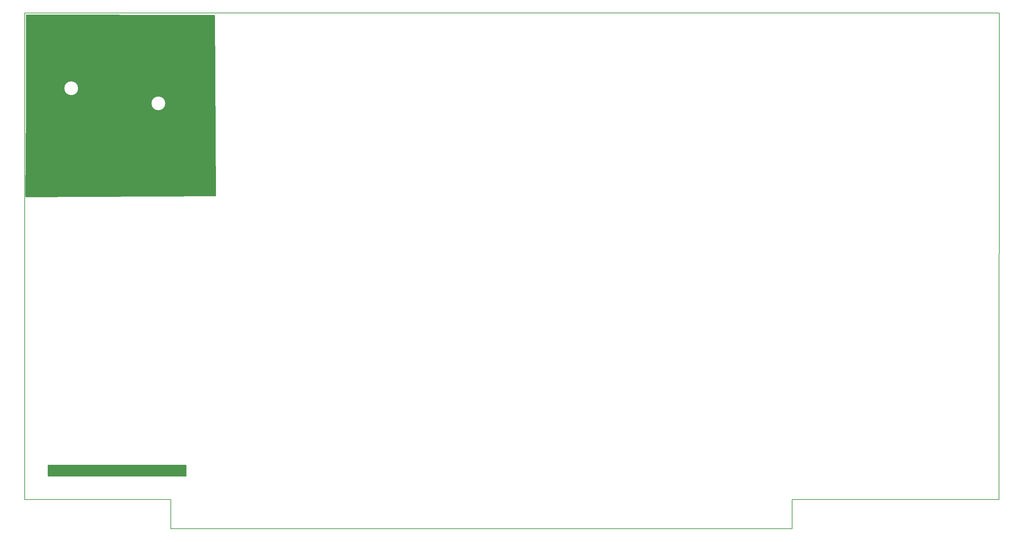
<source format=gm1>
G04 #@! TF.GenerationSoftware,KiCad,Pcbnew,8.0.6*
G04 #@! TF.CreationDate,2025-02-23T16:49:15+00:00*
G04 #@! TF.ProjectId,Northstart Floating point,4e6f7274-6873-4746-9172-7420466c6f61,rev?*
G04 #@! TF.SameCoordinates,Original*
G04 #@! TF.FileFunction,Profile,NP*
%FSLAX46Y46*%
G04 Gerber Fmt 4.6, Leading zero omitted, Abs format (unit mm)*
G04 Created by KiCad (PCBNEW 8.0.6) date 2025-02-23 16:49:15*
%MOMM*%
%LPD*%
G01*
G04 APERTURE LIST*
G04 #@! TA.AperFunction,Profile*
%ADD10C,0.152400*%
G04 #@! TD*
G04 APERTURE END LIST*
D10*
X34305000Y-42490000D02*
G75*
G02*
X30555000Y-42490000I-1875000J0D01*
G01*
X30555000Y-42490000D02*
G75*
G02*
X34305000Y-42490000I1875000J0D01*
G01*
X57025000Y-46430000D02*
G75*
G02*
X53275000Y-46430000I-1875000J0D01*
G01*
X53275000Y-46430000D02*
G75*
G02*
X57025000Y-46430000I1875000J0D01*
G01*
X220345000Y-157480000D02*
X58420000Y-157480000D01*
X274320000Y-149860000D02*
X274390000Y-22860000D01*
X20320000Y-29210000D02*
X20320000Y-149860000D01*
X58420000Y-149860000D02*
X20320000Y-149860000D01*
X274390000Y-22860000D02*
X20300000Y-22860000D01*
X220345000Y-149860000D02*
X220345000Y-157480000D01*
X20300000Y-22860000D02*
X20320000Y-29210000D01*
X58420000Y-157480000D02*
X58420000Y-149860000D01*
X274320000Y-149860000D02*
X220345000Y-149860000D01*
G36*
X69757055Y-23379650D02*
G01*
X69824039Y-23399525D01*
X69869643Y-23452458D01*
X69880701Y-23502941D01*
X70149291Y-70575793D01*
X70129989Y-70642944D01*
X70077447Y-70689000D01*
X70025792Y-70700500D01*
X20605513Y-70899494D01*
X20538395Y-70880080D01*
X20492428Y-70827460D01*
X20481018Y-70774489D01*
X20660000Y-48719989D01*
X20660000Y-48670097D01*
X20656476Y-46429996D01*
X53272493Y-46429996D01*
X53272493Y-46430000D01*
X53292500Y-46703366D01*
X53292501Y-46703376D01*
X53352096Y-46970903D01*
X53352098Y-46970908D01*
X53450015Y-47226923D01*
X53584162Y-47465946D01*
X53584165Y-47465951D01*
X53751683Y-47682894D01*
X53751692Y-47682904D01*
X53949005Y-47873137D01*
X53949013Y-47873144D01*
X54171922Y-48032621D01*
X54171934Y-48032628D01*
X54415692Y-48157954D01*
X54415706Y-48157960D01*
X54675102Y-48246454D01*
X54675120Y-48246458D01*
X54944655Y-48296243D01*
X54944662Y-48296244D01*
X55218568Y-48306255D01*
X55491021Y-48276275D01*
X55491031Y-48276274D01*
X55756206Y-48206949D01*
X55756208Y-48206948D01*
X56008467Y-48099751D01*
X56242439Y-47956960D01*
X56242449Y-47956953D01*
X56453128Y-47781625D01*
X56453134Y-47781619D01*
X56636040Y-47577483D01*
X56787277Y-47348888D01*
X56903625Y-47100695D01*
X56903625Y-47100693D01*
X56982587Y-46838238D01*
X56982590Y-46838224D01*
X57022498Y-46567051D01*
X57022499Y-46567035D01*
X57025000Y-46430000D01*
X57022499Y-46292964D01*
X57022498Y-46292948D01*
X56982590Y-46021775D01*
X56982587Y-46021761D01*
X56903625Y-45759306D01*
X56903625Y-45759304D01*
X56787277Y-45511111D01*
X56636040Y-45282516D01*
X56453134Y-45078380D01*
X56453128Y-45078374D01*
X56242449Y-44903046D01*
X56242439Y-44903039D01*
X56008467Y-44760248D01*
X55756208Y-44653051D01*
X55756206Y-44653050D01*
X55491031Y-44583725D01*
X55491021Y-44583724D01*
X55218566Y-44553744D01*
X54944662Y-44563755D01*
X54944655Y-44563756D01*
X54675120Y-44613541D01*
X54675102Y-44613545D01*
X54415706Y-44702039D01*
X54415692Y-44702045D01*
X54171934Y-44827371D01*
X54171922Y-44827378D01*
X53949013Y-44986855D01*
X53949005Y-44986862D01*
X53751692Y-45177095D01*
X53751683Y-45177105D01*
X53584165Y-45394048D01*
X53584162Y-45394053D01*
X53450015Y-45633076D01*
X53352098Y-45889091D01*
X53352096Y-45889096D01*
X53292501Y-46156623D01*
X53292500Y-46156633D01*
X53272493Y-46429996D01*
X20656476Y-46429996D01*
X20650279Y-42489996D01*
X30552493Y-42489996D01*
X30552493Y-42490000D01*
X30572500Y-42763366D01*
X30572501Y-42763376D01*
X30632096Y-43030903D01*
X30632098Y-43030908D01*
X30730015Y-43286923D01*
X30864162Y-43525946D01*
X30864165Y-43525951D01*
X31031683Y-43742894D01*
X31031692Y-43742904D01*
X31229005Y-43933137D01*
X31229013Y-43933144D01*
X31451922Y-44092621D01*
X31451934Y-44092628D01*
X31695692Y-44217954D01*
X31695706Y-44217960D01*
X31955102Y-44306454D01*
X31955120Y-44306458D01*
X32224655Y-44356243D01*
X32224662Y-44356244D01*
X32498568Y-44366255D01*
X32771021Y-44336275D01*
X32771031Y-44336274D01*
X33036206Y-44266949D01*
X33036208Y-44266948D01*
X33288467Y-44159751D01*
X33522439Y-44016960D01*
X33522449Y-44016953D01*
X33733128Y-43841625D01*
X33733134Y-43841619D01*
X33916040Y-43637483D01*
X34067277Y-43408888D01*
X34183625Y-43160695D01*
X34183625Y-43160693D01*
X34262587Y-42898238D01*
X34262590Y-42898224D01*
X34302498Y-42627051D01*
X34302499Y-42627035D01*
X34305000Y-42490000D01*
X34302499Y-42352964D01*
X34302498Y-42352948D01*
X34262590Y-42081775D01*
X34262587Y-42081761D01*
X34183625Y-41819306D01*
X34183625Y-41819304D01*
X34067277Y-41571111D01*
X33916040Y-41342516D01*
X33733134Y-41138380D01*
X33733128Y-41138374D01*
X33522449Y-40963046D01*
X33522439Y-40963039D01*
X33288467Y-40820248D01*
X33036208Y-40713051D01*
X33036206Y-40713050D01*
X32771031Y-40643725D01*
X32771021Y-40643724D01*
X32498566Y-40613744D01*
X32224662Y-40623755D01*
X32224655Y-40623756D01*
X31955120Y-40673541D01*
X31955102Y-40673545D01*
X31695706Y-40762039D01*
X31695692Y-40762045D01*
X31451934Y-40887371D01*
X31451922Y-40887378D01*
X31229013Y-41046855D01*
X31229005Y-41046862D01*
X31031692Y-41237095D01*
X31031683Y-41237105D01*
X30864165Y-41454048D01*
X30864162Y-41454053D01*
X30730015Y-41693076D01*
X30632098Y-41949091D01*
X30632096Y-41949096D01*
X30572501Y-42216623D01*
X30572500Y-42216633D01*
X30552493Y-42489996D01*
X20650279Y-42489996D01*
X20620195Y-23364547D01*
X20639774Y-23297477D01*
X20692506Y-23251639D01*
X20744547Y-23240353D01*
X69757055Y-23379650D01*
G37*
G36*
X62392195Y-140809700D02*
G01*
X62437964Y-140862491D01*
X62449181Y-140914847D01*
X62430808Y-143716676D01*
X62410685Y-143783585D01*
X62357582Y-143828993D01*
X62306674Y-143839863D01*
X26434276Y-143800137D01*
X26367258Y-143780378D01*
X26321562Y-143727524D01*
X26310414Y-143675724D01*
X26319588Y-140923552D01*
X26339496Y-140856578D01*
X26392452Y-140811000D01*
X26443553Y-140799965D01*
X62325150Y-140790034D01*
X62392195Y-140809700D01*
G37*
M02*

</source>
